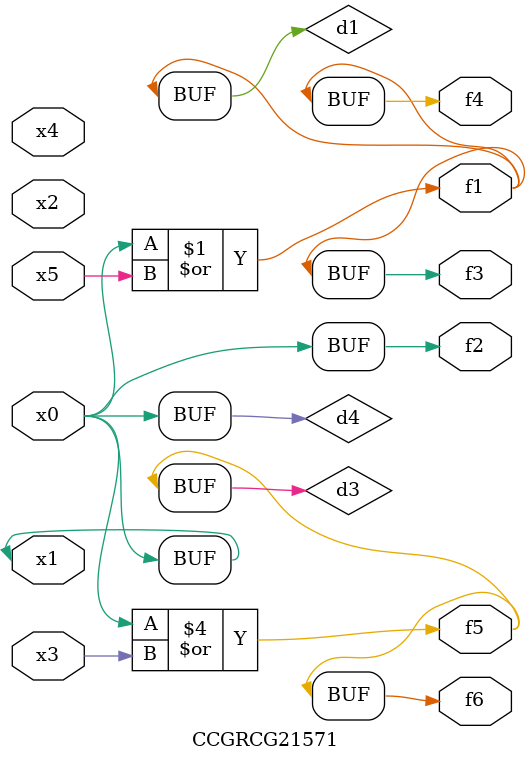
<source format=v>
module CCGRCG21571(
	input x0, x1, x2, x3, x4, x5,
	output f1, f2, f3, f4, f5, f6
);

	wire d1, d2, d3, d4;

	or (d1, x0, x5);
	xnor (d2, x1, x4);
	or (d3, x0, x3);
	buf (d4, x0, x1);
	assign f1 = d1;
	assign f2 = d4;
	assign f3 = d1;
	assign f4 = d1;
	assign f5 = d3;
	assign f6 = d3;
endmodule

</source>
